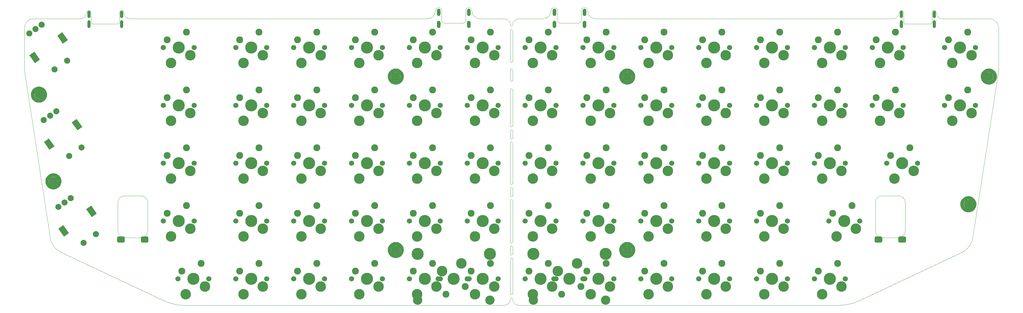
<source format=gbr>
G04 #@! TF.GenerationSoftware,KiCad,Pcbnew,(5.1.5-0-10_14)*
G04 #@! TF.CreationDate,2020-08-05T00:20:44-07:00*
G04 #@! TF.ProjectId,basis_combined_PROTON,62617369-735f-4636-9f6d-62696e65645f,rev?*
G04 #@! TF.SameCoordinates,Original*
G04 #@! TF.FileFunction,Soldermask,Top*
G04 #@! TF.FilePolarity,Negative*
%FSLAX46Y46*%
G04 Gerber Fmt 4.6, Leading zero omitted, Abs format (unit mm)*
G04 Created by KiCad (PCBNEW (5.1.5-0-10_14)) date 2020-08-05 00:20:44*
%MOMM*%
%LPD*%
G04 APERTURE LIST*
%ADD10C,0.100000*%
%ADD11C,0.120000*%
%ADD12C,2.000000*%
%ADD13C,1.701800*%
%ADD14C,2.286000*%
%ADD15C,3.987800*%
%ADD16C,3.470000*%
%ADD17O,1.100000X2.400000*%
%ADD18O,1.000000X2.550000*%
%ADD19O,1.200000X2.400000*%
%ADD20C,3.048000*%
%ADD21C,3.000000*%
G04 APERTURE END LIST*
D10*
X-123824375Y-116507500D02*
G75*
G02X-120824375Y-113507500I3000000J0D01*
G01*
X193855625Y-113507500D02*
G75*
G02X196855625Y-116507500I0J-3000000D01*
G01*
X144055625Y-207957499D02*
G75*
G03X150814190Y-206469023I28566J15958475D01*
G01*
X-71044375Y-207957499D02*
G75*
G02X-77802940Y-206469023I-28566J15958475D01*
G01*
X-123824375Y-130787500D02*
G75*
G03X-123788921Y-131207500I2505453J-1D01*
G01*
X196845625Y-130807500D02*
G75*
G02X196810171Y-131227500I-2505453J-1D01*
G01*
X184953082Y-190431995D02*
G75*
G03X188415624Y-185387499I-2817457J5644495D01*
G01*
X-111934375Y-190427500D02*
G75*
G02X-115396917Y-185383004I2817457J5644495D01*
G01*
X-89079308Y-113534373D02*
G75*
G02X-91119308Y-111494373I0J2040000D01*
G01*
X-103332251Y-111461252D02*
G75*
G02X-105372251Y-113501252I-2040000J0D01*
G01*
X-92559375Y-111484375D02*
G75*
G02X-91119308Y-111494373I720068J1D01*
G01*
X-103332251Y-111461252D02*
G75*
G02X-101909375Y-111484375I711626J1D01*
G01*
X178415624Y-113537498D02*
G75*
G02X176375624Y-111497498I0J2040000D01*
G01*
X164144306Y-111474377D02*
G75*
G02X162104306Y-113514377I-2040000J0D01*
G01*
X174935564Y-111484380D02*
G75*
G02X176375624Y-111497498I720061J-3119D01*
G01*
X164144306Y-111474377D02*
G75*
G02X165584375Y-111484375I720069J1D01*
G01*
X64215625Y-113537500D02*
G75*
G02X61515625Y-110837500I0J2700000D01*
G01*
X49623602Y-110727275D02*
G75*
G02X46823602Y-113527275I-2800000J0D01*
G01*
X59516865Y-110787718D02*
G75*
G02X61515625Y-110837500I998760J-49782D01*
G01*
X49623602Y-110727275D02*
G75*
G02X51612500Y-110787500I992023J-110225D01*
G01*
X26115625Y-113537500D02*
G75*
G02X23415625Y-110837500I0J2700000D01*
G01*
X11515625Y-110837500D02*
G75*
G02X8815625Y-113537500I-2700000J0D01*
G01*
X11517497Y-110837500D02*
G75*
G02X13512500Y-110787500I998128J0D01*
G01*
X21416865Y-110787718D02*
G75*
G02X23415625Y-110837500I998760J-49782D01*
G01*
X36915625Y-115537500D02*
G75*
G02X38915625Y-113537500I2000000J0D01*
G01*
X34115625Y-113537500D02*
G75*
G02X36115625Y-115537500I0J-2000000D01*
G01*
X38915625Y-207937500D02*
G75*
G02X36915625Y-205937500I0J2000000D01*
G01*
X36115625Y-205937500D02*
G75*
G02X34115625Y-207937500I-2000000J0D01*
G01*
X36115625Y-205937500D02*
G75*
G02X36915625Y-205937500I400000J0D01*
G01*
X36915625Y-115537500D02*
G75*
G02X36115625Y-115537500I-400000J0D01*
G01*
X150814190Y-206469023D02*
X184953082Y-190431995D01*
X8815625Y-113537500D02*
X-89079308Y-113534373D01*
X-105372251Y-113501252D02*
X-118268750Y-113506250D01*
X36900000Y-204000000D02*
G75*
G02X36100000Y-204000000I-400000J0D01*
G01*
X36100000Y-192750000D02*
G75*
G02X36900000Y-192750000I400000J0D01*
G01*
X36900000Y-191000000D02*
G75*
G02X36100000Y-191000000I-400000J0D01*
G01*
X36100000Y-188750000D02*
G75*
G02X36900000Y-188750000I400000J0D01*
G01*
X36900000Y-187000000D02*
G75*
G02X36100000Y-187000000I-400000J0D01*
G01*
X36100000Y-173500000D02*
G75*
G02X36900000Y-173500000I400000J0D01*
G01*
X36900000Y-171750000D02*
G75*
G02X36100000Y-171750000I-400000J0D01*
G01*
X36100000Y-169500000D02*
G75*
G02X36900000Y-169500000I400000J0D01*
G01*
X36900000Y-167750000D02*
G75*
G02X36100000Y-167750000I-400000J0D01*
G01*
X36100000Y-154500000D02*
G75*
G02X36900000Y-154500000I400000J0D01*
G01*
X36900000Y-152750000D02*
G75*
G02X36100000Y-152750000I-400000J0D01*
G01*
X36100000Y-150500000D02*
G75*
G02X36900000Y-150500000I400000J0D01*
G01*
X36900000Y-148750000D02*
G75*
G02X36100000Y-148750000I-400000J0D01*
G01*
X36100000Y-137000000D02*
G75*
G02X36900000Y-137000000I400000J0D01*
G01*
X36900000Y-133750000D02*
G75*
G02X36100000Y-133750000I-400000J0D01*
G01*
X36100000Y-130500000D02*
G75*
G02X36900000Y-130500000I400000J0D01*
G01*
X36900000Y-127500000D02*
G75*
G02X36100000Y-127500000I-400000J0D01*
G01*
X36100000Y-117500000D02*
G75*
G02X36900000Y-117500000I400000J0D01*
G01*
X36100000Y-133750000D02*
X36100000Y-130500000D01*
X36900000Y-130500000D02*
X36900000Y-133750000D01*
X36100000Y-152750000D02*
X36100000Y-150500000D01*
X36900000Y-150500000D02*
X36900000Y-152750000D01*
X36100000Y-171750000D02*
X36100000Y-169500000D01*
X36900000Y-169500000D02*
X36900000Y-171750000D01*
X36100000Y-191000000D02*
X36100000Y-188750000D01*
X36900000Y-188750000D02*
X36900000Y-191000000D01*
X36900000Y-192750000D02*
X36900000Y-204000000D01*
X36100000Y-204000000D02*
X36100000Y-192750000D01*
X36100000Y-187000000D02*
X36100000Y-173500000D01*
X36900000Y-173500000D02*
X36900000Y-187000000D01*
X36900000Y-167750000D02*
X36900000Y-154500000D01*
X36100000Y-154500000D02*
X36100000Y-167750000D01*
X36100000Y-148750000D02*
X36100000Y-137000000D01*
X36900000Y-137000000D02*
X36900000Y-148750000D01*
X36900000Y-127500000D02*
X36900000Y-117500000D01*
X36100000Y-117500000D02*
X36100000Y-127500000D01*
X26115625Y-113537500D02*
X33337500Y-113537500D01*
X64215625Y-113537500D02*
X162104306Y-113514377D01*
X46823602Y-113527275D02*
X39687500Y-113537500D01*
X178415624Y-113537498D02*
X193855625Y-113507500D01*
X39687500Y-113537500D02*
X38915625Y-113537500D01*
X196855625Y-116507500D02*
X196845625Y-130807500D01*
X196810171Y-131227500D02*
X188415624Y-185387499D01*
X38915625Y-207937500D02*
X144055625Y-207957500D01*
X-77802940Y-206469023D02*
X-111934375Y-190427500D01*
X34115625Y-207937500D02*
X-71044375Y-207957500D01*
X-123788921Y-131207500D02*
X-115396917Y-185383004D01*
X-123824375Y-116507500D02*
X-123824375Y-130787500D01*
X33337500Y-113537500D02*
X34115625Y-113537500D01*
X-118268750Y-113506250D02*
X-120824375Y-113507500D01*
D11*
X166115625Y-174037500D02*
X166115625Y-183437500D01*
X158515625Y-171837500D02*
X163915625Y-171837500D01*
X156315625Y-183437500D02*
X156315625Y-174037500D01*
X163915625Y-185637500D02*
X158515625Y-185637500D01*
X166115625Y-183437500D02*
G75*
G02X163915625Y-185637500I-2200000J0D01*
G01*
X163915625Y-171837500D02*
G75*
G02X166115625Y-174037500I0J-2200000D01*
G01*
X156315625Y-174037500D02*
G75*
G02X158515625Y-171837500I2200000J0D01*
G01*
X158515625Y-185637500D02*
G75*
G02X156315625Y-183437500I0J2200000D01*
G01*
X-83284375Y-174037500D02*
X-83284375Y-183437500D01*
X-90884375Y-171837500D02*
X-85484375Y-171837500D01*
X-93084375Y-183437500D02*
X-93084375Y-174037500D01*
X-85484375Y-185637500D02*
X-90884375Y-185637500D01*
X-83284375Y-183437500D02*
G75*
G02X-85484375Y-185637500I-2200000J0D01*
G01*
X-85484375Y-171837500D02*
G75*
G02X-83284375Y-174037500I0J-2200000D01*
G01*
X-93084375Y-174037500D02*
G75*
G02X-90884375Y-171837500I2200000J0D01*
G01*
X-90884375Y-185637500D02*
G75*
G02X-93084375Y-183437500I0J2200000D01*
G01*
D10*
X-101909375Y-114709375D02*
X-101909375Y-111484375D01*
X-93059375Y-115209375D02*
X-101409375Y-115209375D01*
X-92559375Y-111484375D02*
X-92559375Y-114709375D01*
X-101909375Y-114709375D02*
G75*
G03X-101409375Y-115209375I500000J0D01*
G01*
X-93059375Y-115209375D02*
G75*
G03X-92559375Y-114709375I0J500000D01*
G01*
X165584375Y-114709375D02*
X165584375Y-111484375D01*
X174434375Y-115209375D02*
X166084375Y-115209375D01*
X174934375Y-111484375D02*
X174934375Y-114709375D01*
X165584375Y-114709375D02*
G75*
G03X166084375Y-115209375I500000J0D01*
G01*
X174434375Y-115209375D02*
G75*
G03X174934375Y-114709375I0J500000D01*
G01*
X51612500Y-110787500D02*
X51612500Y-114117500D01*
X52412500Y-114917500D02*
X58712500Y-114917500D01*
X59512500Y-114117500D02*
X59512500Y-110787500D01*
X58712500Y-114917500D02*
G75*
G03X59512500Y-114117500I0J800000D01*
G01*
X51612500Y-114117500D02*
G75*
G03X52412500Y-114917500I800000J0D01*
G01*
X13512500Y-110787500D02*
X13512500Y-114117500D01*
X14312500Y-114917500D02*
X20612500Y-114917500D01*
X21412500Y-114117500D02*
X21412500Y-110787500D01*
X20612500Y-114917500D02*
G75*
G03X21412500Y-114117500I0J800000D01*
G01*
X13512500Y-114117500D02*
G75*
G03X14312500Y-114917500I800000J0D01*
G01*
G36*
X165914634Y-185239908D02*
G01*
X165963170Y-185247107D01*
X166010767Y-185259030D01*
X166056967Y-185275560D01*
X166101323Y-185296539D01*
X166143410Y-185321765D01*
X166182822Y-185350995D01*
X166219178Y-185383947D01*
X166252130Y-185420303D01*
X166281360Y-185459715D01*
X166306586Y-185501802D01*
X166327565Y-185546158D01*
X166344095Y-185592358D01*
X166356018Y-185639955D01*
X166363217Y-185688491D01*
X166365625Y-185737500D01*
X166365625Y-186737500D01*
X166363217Y-186786509D01*
X166356018Y-186835045D01*
X166344095Y-186882642D01*
X166327565Y-186928842D01*
X166306586Y-186973198D01*
X166281360Y-187015285D01*
X166252130Y-187054697D01*
X166219178Y-187091053D01*
X166182822Y-187124005D01*
X166143410Y-187153235D01*
X166101323Y-187178461D01*
X166056967Y-187199440D01*
X166010767Y-187215970D01*
X165963170Y-187227893D01*
X165914634Y-187235092D01*
X165865625Y-187237500D01*
X164365625Y-187237500D01*
X164316616Y-187235092D01*
X164268080Y-187227893D01*
X164220483Y-187215970D01*
X164174283Y-187199440D01*
X164129927Y-187178461D01*
X164087840Y-187153235D01*
X164048428Y-187124005D01*
X164012072Y-187091053D01*
X163979120Y-187054697D01*
X163949890Y-187015285D01*
X163924664Y-186973198D01*
X163903685Y-186928842D01*
X163887155Y-186882642D01*
X163875232Y-186835045D01*
X163868033Y-186786509D01*
X163865625Y-186737500D01*
X163865625Y-185737500D01*
X163868033Y-185688491D01*
X163875232Y-185639955D01*
X163887155Y-185592358D01*
X163903685Y-185546158D01*
X163924664Y-185501802D01*
X163949890Y-185459715D01*
X163979120Y-185420303D01*
X164012072Y-185383947D01*
X164048428Y-185350995D01*
X164087840Y-185321765D01*
X164129927Y-185296539D01*
X164174283Y-185275560D01*
X164220483Y-185259030D01*
X164268080Y-185247107D01*
X164316616Y-185239908D01*
X164365625Y-185237500D01*
X165865625Y-185237500D01*
X165914634Y-185239908D01*
G37*
G36*
X158114634Y-185239908D02*
G01*
X158163170Y-185247107D01*
X158210767Y-185259030D01*
X158256967Y-185275560D01*
X158301323Y-185296539D01*
X158343410Y-185321765D01*
X158382822Y-185350995D01*
X158419178Y-185383947D01*
X158452130Y-185420303D01*
X158481360Y-185459715D01*
X158506586Y-185501802D01*
X158527565Y-185546158D01*
X158544095Y-185592358D01*
X158556018Y-185639955D01*
X158563217Y-185688491D01*
X158565625Y-185737500D01*
X158565625Y-186737500D01*
X158563217Y-186786509D01*
X158556018Y-186835045D01*
X158544095Y-186882642D01*
X158527565Y-186928842D01*
X158506586Y-186973198D01*
X158481360Y-187015285D01*
X158452130Y-187054697D01*
X158419178Y-187091053D01*
X158382822Y-187124005D01*
X158343410Y-187153235D01*
X158301323Y-187178461D01*
X158256967Y-187199440D01*
X158210767Y-187215970D01*
X158163170Y-187227893D01*
X158114634Y-187235092D01*
X158065625Y-187237500D01*
X156565625Y-187237500D01*
X156516616Y-187235092D01*
X156468080Y-187227893D01*
X156420483Y-187215970D01*
X156374283Y-187199440D01*
X156329927Y-187178461D01*
X156287840Y-187153235D01*
X156248428Y-187124005D01*
X156212072Y-187091053D01*
X156179120Y-187054697D01*
X156149890Y-187015285D01*
X156124664Y-186973198D01*
X156103685Y-186928842D01*
X156087155Y-186882642D01*
X156075232Y-186835045D01*
X156068033Y-186786509D01*
X156065625Y-186737500D01*
X156065625Y-185737500D01*
X156068033Y-185688491D01*
X156075232Y-185639955D01*
X156087155Y-185592358D01*
X156103685Y-185546158D01*
X156124664Y-185501802D01*
X156149890Y-185459715D01*
X156179120Y-185420303D01*
X156212072Y-185383947D01*
X156248428Y-185350995D01*
X156287840Y-185321765D01*
X156329927Y-185296539D01*
X156374283Y-185275560D01*
X156420483Y-185259030D01*
X156468080Y-185247107D01*
X156516616Y-185239908D01*
X156565625Y-185237500D01*
X158065625Y-185237500D01*
X158114634Y-185239908D01*
G37*
G36*
X-83485366Y-185239908D02*
G01*
X-83436830Y-185247107D01*
X-83389233Y-185259030D01*
X-83343033Y-185275560D01*
X-83298677Y-185296539D01*
X-83256590Y-185321765D01*
X-83217178Y-185350995D01*
X-83180822Y-185383947D01*
X-83147870Y-185420303D01*
X-83118640Y-185459715D01*
X-83093414Y-185501802D01*
X-83072435Y-185546158D01*
X-83055905Y-185592358D01*
X-83043982Y-185639955D01*
X-83036783Y-185688491D01*
X-83034375Y-185737500D01*
X-83034375Y-186737500D01*
X-83036783Y-186786509D01*
X-83043982Y-186835045D01*
X-83055905Y-186882642D01*
X-83072435Y-186928842D01*
X-83093414Y-186973198D01*
X-83118640Y-187015285D01*
X-83147870Y-187054697D01*
X-83180822Y-187091053D01*
X-83217178Y-187124005D01*
X-83256590Y-187153235D01*
X-83298677Y-187178461D01*
X-83343033Y-187199440D01*
X-83389233Y-187215970D01*
X-83436830Y-187227893D01*
X-83485366Y-187235092D01*
X-83534375Y-187237500D01*
X-85034375Y-187237500D01*
X-85083384Y-187235092D01*
X-85131920Y-187227893D01*
X-85179517Y-187215970D01*
X-85225717Y-187199440D01*
X-85270073Y-187178461D01*
X-85312160Y-187153235D01*
X-85351572Y-187124005D01*
X-85387928Y-187091053D01*
X-85420880Y-187054697D01*
X-85450110Y-187015285D01*
X-85475336Y-186973198D01*
X-85496315Y-186928842D01*
X-85512845Y-186882642D01*
X-85524768Y-186835045D01*
X-85531967Y-186786509D01*
X-85534375Y-186737500D01*
X-85534375Y-185737500D01*
X-85531967Y-185688491D01*
X-85524768Y-185639955D01*
X-85512845Y-185592358D01*
X-85496315Y-185546158D01*
X-85475336Y-185501802D01*
X-85450110Y-185459715D01*
X-85420880Y-185420303D01*
X-85387928Y-185383947D01*
X-85351572Y-185350995D01*
X-85312160Y-185321765D01*
X-85270073Y-185296539D01*
X-85225717Y-185275560D01*
X-85179517Y-185259030D01*
X-85131920Y-185247107D01*
X-85083384Y-185239908D01*
X-85034375Y-185237500D01*
X-83534375Y-185237500D01*
X-83485366Y-185239908D01*
G37*
G36*
X-91285366Y-185239908D02*
G01*
X-91236830Y-185247107D01*
X-91189233Y-185259030D01*
X-91143033Y-185275560D01*
X-91098677Y-185296539D01*
X-91056590Y-185321765D01*
X-91017178Y-185350995D01*
X-90980822Y-185383947D01*
X-90947870Y-185420303D01*
X-90918640Y-185459715D01*
X-90893414Y-185501802D01*
X-90872435Y-185546158D01*
X-90855905Y-185592358D01*
X-90843982Y-185639955D01*
X-90836783Y-185688491D01*
X-90834375Y-185737500D01*
X-90834375Y-186737500D01*
X-90836783Y-186786509D01*
X-90843982Y-186835045D01*
X-90855905Y-186882642D01*
X-90872435Y-186928842D01*
X-90893414Y-186973198D01*
X-90918640Y-187015285D01*
X-90947870Y-187054697D01*
X-90980822Y-187091053D01*
X-91017178Y-187124005D01*
X-91056590Y-187153235D01*
X-91098677Y-187178461D01*
X-91143033Y-187199440D01*
X-91189233Y-187215970D01*
X-91236830Y-187227893D01*
X-91285366Y-187235092D01*
X-91334375Y-187237500D01*
X-92834375Y-187237500D01*
X-92883384Y-187235092D01*
X-92931920Y-187227893D01*
X-92979517Y-187215970D01*
X-93025717Y-187199440D01*
X-93070073Y-187178461D01*
X-93112160Y-187153235D01*
X-93151572Y-187124005D01*
X-93187928Y-187091053D01*
X-93220880Y-187054697D01*
X-93250110Y-187015285D01*
X-93275336Y-186973198D01*
X-93296315Y-186928842D01*
X-93312845Y-186882642D01*
X-93324768Y-186835045D01*
X-93331967Y-186786509D01*
X-93334375Y-186737500D01*
X-93334375Y-185737500D01*
X-93331967Y-185688491D01*
X-93324768Y-185639955D01*
X-93312845Y-185592358D01*
X-93296315Y-185546158D01*
X-93275336Y-185501802D01*
X-93250110Y-185459715D01*
X-93220880Y-185420303D01*
X-93187928Y-185383947D01*
X-93151572Y-185350995D01*
X-93112160Y-185321765D01*
X-93070073Y-185296539D01*
X-93025717Y-185275560D01*
X-92979517Y-185259030D01*
X-92931920Y-185247107D01*
X-92883384Y-185239908D01*
X-92834375Y-185237500D01*
X-91334375Y-185237500D01*
X-91285366Y-185239908D01*
G37*
D12*
X-108616443Y-172603669D03*
X-110664323Y-174037610D03*
X-112712203Y-175471551D03*
D10*
G36*
X-103512123Y-176232155D02*
G01*
X-101873819Y-175085002D01*
X-100038375Y-177706289D01*
X-101676679Y-178853442D01*
X-103512123Y-176232155D01*
G37*
G36*
X-112686625Y-182656211D02*
G01*
X-111048321Y-181509058D01*
X-109212877Y-184130345D01*
X-110851181Y-185277498D01*
X-112686625Y-182656211D01*
G37*
D12*
X-100299585Y-184481373D03*
X-104395345Y-187349255D03*
D13*
X-78105000Y-180181250D03*
X-67945000Y-180181250D03*
D14*
X-76835000Y-177641250D03*
D15*
X-73025000Y-180181250D03*
D14*
X-70485000Y-175101250D03*
D16*
X-69215000Y-182721250D03*
X-75565000Y-185261250D03*
D13*
X60642500Y-199231250D03*
X50482500Y-199231250D03*
D14*
X59372500Y-201771250D03*
D15*
X55562500Y-199231250D03*
D14*
X53022500Y-204311250D03*
D16*
X51752500Y-196691250D03*
X58102500Y-194151250D03*
D13*
X-16192500Y-123031250D03*
X-6032500Y-123031250D03*
D14*
X-14922500Y-120491250D03*
D15*
X-11112500Y-123031250D03*
D14*
X-8572500Y-117951250D03*
D16*
X-7302500Y-125571250D03*
X-13652500Y-128111250D03*
D13*
X160020000Y-161131250D03*
X170180000Y-161131250D03*
D14*
X161290000Y-158591250D03*
D15*
X165100000Y-161131250D03*
D14*
X167640000Y-156051250D03*
D16*
X168910000Y-163671250D03*
X162560000Y-166211250D03*
D13*
X179070000Y-142081250D03*
X189230000Y-142081250D03*
D14*
X180340000Y-139541250D03*
D15*
X184150000Y-142081250D03*
D14*
X186690000Y-137001250D03*
D16*
X187960000Y-144621250D03*
X181610000Y-147161250D03*
D13*
X179070000Y-123031250D03*
X189230000Y-123031250D03*
D14*
X180340000Y-120491250D03*
D15*
X184150000Y-123031250D03*
D14*
X186690000Y-117951250D03*
D16*
X187960000Y-125571250D03*
X181610000Y-128111250D03*
D13*
X140970000Y-180181250D03*
X151130000Y-180181250D03*
D14*
X142240000Y-177641250D03*
D15*
X146050000Y-180181250D03*
D14*
X148590000Y-175101250D03*
D16*
X149860000Y-182721250D03*
X143510000Y-185261250D03*
D13*
X117157500Y-123031250D03*
X127317500Y-123031250D03*
D14*
X118427500Y-120491250D03*
D15*
X122237500Y-123031250D03*
D14*
X124777500Y-117951250D03*
D16*
X126047500Y-125571250D03*
X119697500Y-128111250D03*
D13*
X98107500Y-180181250D03*
X108267500Y-180181250D03*
D14*
X99377500Y-177641250D03*
D15*
X103187500Y-180181250D03*
D14*
X105727500Y-175101250D03*
D16*
X106997500Y-182721250D03*
X100647500Y-185261250D03*
D13*
X79057500Y-180181250D03*
X89217500Y-180181250D03*
D14*
X80327500Y-177641250D03*
D15*
X84137500Y-180181250D03*
D14*
X86677500Y-175101250D03*
D16*
X87947500Y-182721250D03*
X81597500Y-185261250D03*
D13*
X40957500Y-123031250D03*
X51117500Y-123031250D03*
D14*
X42227500Y-120491250D03*
D15*
X46037500Y-123031250D03*
D14*
X48577500Y-117951250D03*
D16*
X49847500Y-125571250D03*
X43497500Y-128111250D03*
D13*
X60007500Y-123031250D03*
X70167500Y-123031250D03*
D14*
X61277500Y-120491250D03*
D15*
X65087500Y-123031250D03*
D14*
X67627500Y-117951250D03*
D16*
X68897500Y-125571250D03*
X62547500Y-128111250D03*
D13*
X79057500Y-123031250D03*
X89217500Y-123031250D03*
D14*
X80327500Y-120491250D03*
D15*
X84137500Y-123031250D03*
D14*
X86677500Y-117951250D03*
D16*
X87947500Y-125571250D03*
X81597500Y-128111250D03*
D13*
X98107500Y-123031250D03*
X108267500Y-123031250D03*
D14*
X99377500Y-120491250D03*
D15*
X103187500Y-123031250D03*
D14*
X105727500Y-117951250D03*
D16*
X106997500Y-125571250D03*
X100647500Y-128111250D03*
D13*
X136207500Y-161131250D03*
X146367500Y-161131250D03*
D14*
X137477500Y-158591250D03*
D15*
X141287500Y-161131250D03*
D14*
X143827500Y-156051250D03*
D16*
X145097500Y-163671250D03*
X138747500Y-166211250D03*
D13*
X117157500Y-180181250D03*
X127317500Y-180181250D03*
D14*
X118427500Y-177641250D03*
D15*
X122237500Y-180181250D03*
D14*
X124777500Y-175101250D03*
D16*
X126047500Y-182721250D03*
X119697500Y-185261250D03*
D13*
X117157500Y-161131250D03*
X127317500Y-161131250D03*
D14*
X118427500Y-158591250D03*
D15*
X122237500Y-161131250D03*
D14*
X124777500Y-156051250D03*
D16*
X126047500Y-163671250D03*
X119697500Y-166211250D03*
D13*
X155257500Y-142081250D03*
X165417500Y-142081250D03*
D14*
X156527500Y-139541250D03*
D15*
X160337500Y-142081250D03*
D14*
X162877500Y-137001250D03*
D16*
X164147500Y-144621250D03*
X157797500Y-147161250D03*
D13*
X136207500Y-123031250D03*
X146367500Y-123031250D03*
D14*
X137477500Y-120491250D03*
D15*
X141287500Y-123031250D03*
D14*
X143827500Y-117951250D03*
D16*
X145097500Y-125571250D03*
X138747500Y-128111250D03*
D13*
X155257500Y-123031250D03*
X165417500Y-123031250D03*
D14*
X156527500Y-120491250D03*
D15*
X160337500Y-123031250D03*
D14*
X162877500Y-117951250D03*
D16*
X164147500Y-125571250D03*
X157797500Y-128111250D03*
D13*
X98107500Y-199231250D03*
X108267500Y-199231250D03*
D14*
X99377500Y-196691250D03*
D15*
X103187500Y-199231250D03*
D14*
X105727500Y-194151250D03*
D16*
X106997500Y-201771250D03*
X100647500Y-204311250D03*
D13*
X40957500Y-161131250D03*
X51117500Y-161131250D03*
D14*
X42227500Y-158591250D03*
D15*
X46037500Y-161131250D03*
D14*
X48577500Y-156051250D03*
D16*
X49847500Y-163671250D03*
X43497500Y-166211250D03*
D13*
X79057500Y-142081250D03*
X89217500Y-142081250D03*
D14*
X80327500Y-139541250D03*
D15*
X84137500Y-142081250D03*
D14*
X86677500Y-137001250D03*
D16*
X87947500Y-144621250D03*
X81597500Y-147161250D03*
D13*
X60007500Y-161131250D03*
X70167500Y-161131250D03*
D14*
X61277500Y-158591250D03*
D15*
X65087500Y-161131250D03*
D14*
X67627500Y-156051250D03*
D16*
X68897500Y-163671250D03*
X62547500Y-166211250D03*
D13*
X79057500Y-161131250D03*
X89217500Y-161131250D03*
D14*
X80327500Y-158591250D03*
D15*
X84137500Y-161131250D03*
D14*
X86677500Y-156051250D03*
D16*
X87947500Y-163671250D03*
X81597500Y-166211250D03*
D13*
X98107500Y-161131250D03*
X108267500Y-161131250D03*
D14*
X99377500Y-158591250D03*
D15*
X103187500Y-161131250D03*
D14*
X105727500Y-156051250D03*
D16*
X106997500Y-163671250D03*
X100647500Y-166211250D03*
D13*
X79057500Y-199231250D03*
X89217500Y-199231250D03*
D14*
X80327500Y-196691250D03*
D15*
X84137500Y-199231250D03*
D14*
X86677500Y-194151250D03*
D16*
X87947500Y-201771250D03*
X81597500Y-204311250D03*
D13*
X60007500Y-180181250D03*
X70167500Y-180181250D03*
D14*
X61277500Y-177641250D03*
D15*
X65087500Y-180181250D03*
D14*
X67627500Y-175101250D03*
D16*
X68897500Y-182721250D03*
X62547500Y-185261250D03*
D13*
X40957500Y-180181250D03*
X51117500Y-180181250D03*
D14*
X42227500Y-177641250D03*
D15*
X46037500Y-180181250D03*
D14*
X48577500Y-175101250D03*
D16*
X49847500Y-182721250D03*
X43497500Y-185261250D03*
D13*
X98107500Y-142081250D03*
X108267500Y-142081250D03*
D14*
X99377500Y-139541250D03*
D15*
X103187500Y-142081250D03*
D14*
X105727500Y-137001250D03*
D16*
X106997500Y-144621250D03*
X100647500Y-147161250D03*
D13*
X117157500Y-142081250D03*
X127317500Y-142081250D03*
D14*
X118427500Y-139541250D03*
D15*
X122237500Y-142081250D03*
D14*
X124777500Y-137001250D03*
D16*
X126047500Y-144621250D03*
X119697500Y-147161250D03*
D13*
X136207500Y-199231250D03*
X146367500Y-199231250D03*
D14*
X137477500Y-196691250D03*
D15*
X141287500Y-199231250D03*
D14*
X143827500Y-194151250D03*
D16*
X145097500Y-201771250D03*
X138747500Y-204311250D03*
D13*
X40957500Y-199231250D03*
X51117500Y-199231250D03*
D14*
X42227500Y-196691250D03*
D15*
X46037500Y-199231250D03*
D14*
X48577500Y-194151250D03*
D16*
X49847500Y-201771250D03*
X43497500Y-204311250D03*
D13*
X60007500Y-199231250D03*
X70167500Y-199231250D03*
D14*
X61277500Y-196691250D03*
D15*
X65087500Y-199231250D03*
D14*
X67627500Y-194151250D03*
D16*
X68897500Y-201771250D03*
X62547500Y-204311250D03*
D13*
X60007500Y-142081250D03*
X70167500Y-142081250D03*
D14*
X61277500Y-139541250D03*
D15*
X65087500Y-142081250D03*
D14*
X67627500Y-137001250D03*
D16*
X68897500Y-144621250D03*
X62547500Y-147161250D03*
D13*
X117157500Y-199231250D03*
X127317500Y-199231250D03*
D14*
X118427500Y-196691250D03*
D15*
X122237500Y-199231250D03*
D14*
X124777500Y-194151250D03*
D16*
X126047500Y-201771250D03*
X119697500Y-204311250D03*
D13*
X40957500Y-142081250D03*
X51117500Y-142081250D03*
D14*
X42227500Y-139541250D03*
D15*
X46037500Y-142081250D03*
D14*
X48577500Y-137001250D03*
D16*
X49847500Y-144621250D03*
X43497500Y-147161250D03*
D13*
X21907500Y-180181250D03*
X32067500Y-180181250D03*
D14*
X23177500Y-177641250D03*
D15*
X26987500Y-180181250D03*
D14*
X29527500Y-175101250D03*
D16*
X30797500Y-182721250D03*
X24447500Y-185261250D03*
D13*
X21907500Y-123031250D03*
X32067500Y-123031250D03*
D14*
X23177500Y-120491250D03*
D15*
X26987500Y-123031250D03*
D14*
X29527500Y-117951250D03*
D16*
X30797500Y-125571250D03*
X24447500Y-128111250D03*
D13*
X-78105000Y-142081250D03*
X-67945000Y-142081250D03*
D14*
X-76835000Y-139541250D03*
D15*
X-73025000Y-142081250D03*
D14*
X-70485000Y-137001250D03*
D16*
X-69215000Y-144621250D03*
X-75565000Y-147161250D03*
D13*
X-78105000Y-123031250D03*
X-67945000Y-123031250D03*
D14*
X-76835000Y-120491250D03*
D15*
X-73025000Y-123031250D03*
D14*
X-70485000Y-117951250D03*
D16*
X-69215000Y-125571250D03*
X-75565000Y-128111250D03*
D13*
X-54292500Y-180181250D03*
X-44132500Y-180181250D03*
D14*
X-53022500Y-177641250D03*
D15*
X-49212500Y-180181250D03*
D14*
X-46672500Y-175101250D03*
D16*
X-45402500Y-182721250D03*
X-51752500Y-185261250D03*
D13*
X-35242500Y-180181250D03*
X-25082500Y-180181250D03*
D14*
X-33972500Y-177641250D03*
D15*
X-30162500Y-180181250D03*
D14*
X-27622500Y-175101250D03*
D16*
X-26352500Y-182721250D03*
X-32702500Y-185261250D03*
D13*
X-35242500Y-142081250D03*
X-25082500Y-142081250D03*
D14*
X-33972500Y-139541250D03*
D15*
X-30162500Y-142081250D03*
D14*
X-27622500Y-137001250D03*
D16*
X-26352500Y-144621250D03*
X-32702500Y-147161250D03*
D13*
X2857500Y-180181250D03*
X13017500Y-180181250D03*
D14*
X4127500Y-177641250D03*
D15*
X7937500Y-180181250D03*
D14*
X10477500Y-175101250D03*
D16*
X11747500Y-182721250D03*
X5397500Y-185261250D03*
D13*
X21907500Y-142081250D03*
X32067500Y-142081250D03*
D14*
X23177500Y-139541250D03*
D15*
X26987500Y-142081250D03*
D14*
X29527500Y-137001250D03*
D16*
X30797500Y-144621250D03*
X24447500Y-147161250D03*
D13*
X22542500Y-199231250D03*
X12382500Y-199231250D03*
D14*
X21272500Y-201771250D03*
D15*
X17462500Y-199231250D03*
D14*
X14922500Y-204311250D03*
D16*
X13652500Y-196691250D03*
X20002500Y-194151250D03*
D13*
X21907500Y-199231250D03*
X32067500Y-199231250D03*
D14*
X23177500Y-196691250D03*
D15*
X26987500Y-199231250D03*
D14*
X29527500Y-194151250D03*
D16*
X30797500Y-201771250D03*
X24447500Y-204311250D03*
D13*
X2857500Y-199231250D03*
X13017500Y-199231250D03*
D14*
X4127500Y-196691250D03*
D15*
X7937500Y-199231250D03*
D14*
X10477500Y-194151250D03*
D16*
X11747500Y-201771250D03*
X5397500Y-204311250D03*
D13*
X-35242500Y-161131250D03*
X-25082500Y-161131250D03*
D14*
X-33972500Y-158591250D03*
D15*
X-30162500Y-161131250D03*
D14*
X-27622500Y-156051250D03*
D16*
X-26352500Y-163671250D03*
X-32702500Y-166211250D03*
D13*
X2857500Y-142081250D03*
X13017500Y-142081250D03*
D14*
X4127500Y-139541250D03*
D15*
X7937500Y-142081250D03*
D14*
X10477500Y-137001250D03*
D16*
X11747500Y-144621250D03*
X5397500Y-147161250D03*
D13*
X-54292500Y-142081250D03*
X-44132500Y-142081250D03*
D14*
X-53022500Y-139541250D03*
D15*
X-49212500Y-142081250D03*
D14*
X-46672500Y-137001250D03*
D16*
X-45402500Y-144621250D03*
X-51752500Y-147161250D03*
D13*
X21907500Y-161131250D03*
X32067500Y-161131250D03*
D14*
X23177500Y-158591250D03*
D15*
X26987500Y-161131250D03*
D14*
X29527500Y-156051250D03*
D16*
X30797500Y-163671250D03*
X24447500Y-166211250D03*
D13*
X-73342500Y-199231250D03*
X-63182500Y-199231250D03*
D14*
X-72072500Y-196691250D03*
D15*
X-68262500Y-199231250D03*
D14*
X-65722500Y-194151250D03*
D16*
X-64452500Y-201771250D03*
X-70802500Y-204311250D03*
D13*
X2857500Y-161131250D03*
X13017500Y-161131250D03*
D14*
X4127500Y-158591250D03*
D15*
X7937500Y-161131250D03*
D14*
X10477500Y-156051250D03*
D16*
X11747500Y-163671250D03*
X5397500Y-166211250D03*
D13*
X-16192500Y-142081250D03*
X-6032500Y-142081250D03*
D14*
X-14922500Y-139541250D03*
D15*
X-11112500Y-142081250D03*
D14*
X-8572500Y-137001250D03*
D16*
X-7302500Y-144621250D03*
X-13652500Y-147161250D03*
D13*
X-16192500Y-161131250D03*
X-6032500Y-161131250D03*
D14*
X-14922500Y-158591250D03*
D15*
X-11112500Y-161131250D03*
D14*
X-8572500Y-156051250D03*
D16*
X-7302500Y-163671250D03*
X-13652500Y-166211250D03*
D13*
X-54292500Y-199231250D03*
X-44132500Y-199231250D03*
D14*
X-53022500Y-196691250D03*
D15*
X-49212500Y-199231250D03*
D14*
X-46672500Y-194151250D03*
D16*
X-45402500Y-201771250D03*
X-51752500Y-204311250D03*
D13*
X-16192500Y-199231250D03*
X-6032500Y-199231250D03*
D14*
X-14922500Y-196691250D03*
D15*
X-11112500Y-199231250D03*
D14*
X-8572500Y-194151250D03*
D16*
X-7302500Y-201771250D03*
X-13652500Y-204311250D03*
D13*
X-16192500Y-180181250D03*
X-6032500Y-180181250D03*
D14*
X-14922500Y-177641250D03*
D15*
X-11112500Y-180181250D03*
D14*
X-8572500Y-175101250D03*
D16*
X-7302500Y-182721250D03*
X-13652500Y-185261250D03*
D13*
X-54292500Y-161131250D03*
X-44132500Y-161131250D03*
D14*
X-53022500Y-158591250D03*
D15*
X-49212500Y-161131250D03*
D14*
X-46672500Y-156051250D03*
D16*
X-45402500Y-163671250D03*
X-51752500Y-166211250D03*
D13*
X2857500Y-123031250D03*
X13017500Y-123031250D03*
D14*
X4127500Y-120491250D03*
D15*
X7937500Y-123031250D03*
D14*
X10477500Y-117951250D03*
D16*
X11747500Y-125571250D03*
X5397500Y-128111250D03*
D13*
X-35242500Y-123031250D03*
X-25082500Y-123031250D03*
D14*
X-33972500Y-120491250D03*
D15*
X-30162500Y-123031250D03*
D14*
X-27622500Y-117951250D03*
D16*
X-26352500Y-125571250D03*
X-32702500Y-128111250D03*
D13*
X-35242500Y-199231250D03*
X-25082500Y-199231250D03*
D14*
X-33972500Y-196691250D03*
D15*
X-30162500Y-199231250D03*
D14*
X-27622500Y-194151250D03*
D16*
X-26352500Y-201771250D03*
X-32702500Y-204311250D03*
D13*
X-54292500Y-123031250D03*
X-44132500Y-123031250D03*
D14*
X-53022500Y-120491250D03*
D15*
X-49212500Y-123031250D03*
D14*
X-46672500Y-117951250D03*
D16*
X-45402500Y-125571250D03*
X-51752500Y-128111250D03*
D13*
X-78105000Y-161131250D03*
X-67945000Y-161131250D03*
D14*
X-76835000Y-158591250D03*
D15*
X-73025000Y-161131250D03*
D14*
X-70485000Y-156051250D03*
D16*
X-69215000Y-163671250D03*
X-75565000Y-166211250D03*
D13*
X136207500Y-142081250D03*
X146367500Y-142081250D03*
D14*
X137477500Y-139541250D03*
D15*
X141287500Y-142081250D03*
D14*
X143827500Y-137001250D03*
D16*
X145097500Y-144621250D03*
X138747500Y-147161250D03*
D17*
X-102634375Y-112109375D03*
X-91834375Y-112109375D03*
D18*
X-102634375Y-115339375D03*
X-91834375Y-115339375D03*
D17*
X164859375Y-112109375D03*
X175659375Y-112109375D03*
D18*
X164859375Y-115339375D03*
X175659375Y-115339375D03*
D19*
X60512500Y-111367500D03*
X60512500Y-115367500D03*
X50612500Y-111367500D03*
X50612500Y-115367500D03*
X22412500Y-111367500D03*
X22412500Y-115367500D03*
X12512500Y-111367500D03*
X12512500Y-115367500D03*
D20*
X29362500Y-206216250D03*
X5562500Y-206216250D03*
D15*
X29362500Y-190976250D03*
X5562500Y-190976250D03*
D20*
X67462500Y-206216250D03*
X43662500Y-206216250D03*
D15*
X67462500Y-190976250D03*
X43662500Y-190976250D03*
D21*
X-114300000Y-167084375D03*
D10*
G36*
X-113911164Y-164463057D02*
G01*
X-113656103Y-164513792D01*
X-113407242Y-164589283D01*
X-113166979Y-164688803D01*
X-112937628Y-164811394D01*
X-112721397Y-164955875D01*
X-112520369Y-165120855D01*
X-112336480Y-165304744D01*
X-112171500Y-165505772D01*
X-112027019Y-165722003D01*
X-111904428Y-165951354D01*
X-111804908Y-166191617D01*
X-111729417Y-166440478D01*
X-111678682Y-166695539D01*
X-111653192Y-166954346D01*
X-111653192Y-167214404D01*
X-111678682Y-167473211D01*
X-111729417Y-167728272D01*
X-111804908Y-167977133D01*
X-111904428Y-168217396D01*
X-112027019Y-168446747D01*
X-112171500Y-168662978D01*
X-112336480Y-168864006D01*
X-112520369Y-169047895D01*
X-112721397Y-169212875D01*
X-112937628Y-169357356D01*
X-113166979Y-169479947D01*
X-113407242Y-169579467D01*
X-113656103Y-169654958D01*
X-113911164Y-169705693D01*
X-114169971Y-169731183D01*
X-114430029Y-169731183D01*
X-114688836Y-169705693D01*
X-114943897Y-169654958D01*
X-115192758Y-169579467D01*
X-115433021Y-169479947D01*
X-115662372Y-169357356D01*
X-115878603Y-169212875D01*
X-116079631Y-169047895D01*
X-116263520Y-168864006D01*
X-116428500Y-168662978D01*
X-116572981Y-168446747D01*
X-116695572Y-168217396D01*
X-116795092Y-167977133D01*
X-116870583Y-167728272D01*
X-116921318Y-167473211D01*
X-116946808Y-167214404D01*
X-116946808Y-167010773D01*
X-115798193Y-167010773D01*
X-115798193Y-167157977D01*
X-115783765Y-167304471D01*
X-115755047Y-167448845D01*
X-115712316Y-167589710D01*
X-115655984Y-167725708D01*
X-115586593Y-167855529D01*
X-115504811Y-167977924D01*
X-115411427Y-168091713D01*
X-115307338Y-168195802D01*
X-115193549Y-168289186D01*
X-115071154Y-168370968D01*
X-114941333Y-168440359D01*
X-114805335Y-168496691D01*
X-114664470Y-168539422D01*
X-114520096Y-168568140D01*
X-114373602Y-168582568D01*
X-114226398Y-168582568D01*
X-114079904Y-168568140D01*
X-113935530Y-168539422D01*
X-113794665Y-168496691D01*
X-113658667Y-168440359D01*
X-113528846Y-168370968D01*
X-113406451Y-168289186D01*
X-113292662Y-168195802D01*
X-113188573Y-168091713D01*
X-113095189Y-167977924D01*
X-113013407Y-167855529D01*
X-112944016Y-167725708D01*
X-112887684Y-167589710D01*
X-112844953Y-167448845D01*
X-112816235Y-167304471D01*
X-112801807Y-167157977D01*
X-112801807Y-167010773D01*
X-112816235Y-166864279D01*
X-112844953Y-166719905D01*
X-112887684Y-166579040D01*
X-112944016Y-166443042D01*
X-113013407Y-166313221D01*
X-113095189Y-166190826D01*
X-113188573Y-166077037D01*
X-113292662Y-165972948D01*
X-113406451Y-165879564D01*
X-113528846Y-165797782D01*
X-113658667Y-165728391D01*
X-113794665Y-165672059D01*
X-113935530Y-165629328D01*
X-114079904Y-165600610D01*
X-114226398Y-165586182D01*
X-114373602Y-165586182D01*
X-114520096Y-165600610D01*
X-114664470Y-165629328D01*
X-114805335Y-165672059D01*
X-114941333Y-165728391D01*
X-115071154Y-165797782D01*
X-115193549Y-165879564D01*
X-115307338Y-165972948D01*
X-115411427Y-166077037D01*
X-115504811Y-166190826D01*
X-115586593Y-166313221D01*
X-115655984Y-166443042D01*
X-115712316Y-166579040D01*
X-115755047Y-166719905D01*
X-115783765Y-166864279D01*
X-115798193Y-167010773D01*
X-116946808Y-167010773D01*
X-116946808Y-166954346D01*
X-116921318Y-166695539D01*
X-116870583Y-166440478D01*
X-116795092Y-166191617D01*
X-116695572Y-165951354D01*
X-116572981Y-165722003D01*
X-116428500Y-165505772D01*
X-116263520Y-165304744D01*
X-116079631Y-165120855D01*
X-115878603Y-164955875D01*
X-115662372Y-164811394D01*
X-115433021Y-164688803D01*
X-115192758Y-164589283D01*
X-114943897Y-164513792D01*
X-114688836Y-164463057D01*
X-114430029Y-164437567D01*
X-114169971Y-164437567D01*
X-113911164Y-164463057D01*
G37*
G36*
X75001336Y-129934932D02*
G01*
X75256397Y-129985667D01*
X75505258Y-130061158D01*
X75745521Y-130160678D01*
X75974872Y-130283269D01*
X76191103Y-130427750D01*
X76392131Y-130592730D01*
X76576020Y-130776619D01*
X76741000Y-130977647D01*
X76885481Y-131193878D01*
X77008072Y-131423229D01*
X77107592Y-131663492D01*
X77183083Y-131912353D01*
X77233818Y-132167414D01*
X77259308Y-132426221D01*
X77259308Y-132686279D01*
X77233818Y-132945086D01*
X77183083Y-133200147D01*
X77107592Y-133449008D01*
X77008072Y-133689271D01*
X76885481Y-133918622D01*
X76741000Y-134134853D01*
X76576020Y-134335881D01*
X76392131Y-134519770D01*
X76191103Y-134684750D01*
X75974872Y-134829231D01*
X75745521Y-134951822D01*
X75505258Y-135051342D01*
X75256397Y-135126833D01*
X75001336Y-135177568D01*
X74742529Y-135203058D01*
X74482471Y-135203058D01*
X74223664Y-135177568D01*
X73968603Y-135126833D01*
X73719742Y-135051342D01*
X73479479Y-134951822D01*
X73250128Y-134829231D01*
X73033897Y-134684750D01*
X72832869Y-134519770D01*
X72648980Y-134335881D01*
X72484000Y-134134853D01*
X72339519Y-133918622D01*
X72216928Y-133689271D01*
X72117408Y-133449008D01*
X72041917Y-133200147D01*
X71991182Y-132945086D01*
X71965692Y-132686279D01*
X71965692Y-132482648D01*
X73114307Y-132482648D01*
X73114307Y-132629852D01*
X73128735Y-132776346D01*
X73157453Y-132920720D01*
X73200184Y-133061585D01*
X73256516Y-133197583D01*
X73325907Y-133327404D01*
X73407689Y-133449799D01*
X73501073Y-133563588D01*
X73605162Y-133667677D01*
X73718951Y-133761061D01*
X73841346Y-133842843D01*
X73971167Y-133912234D01*
X74107165Y-133968566D01*
X74248030Y-134011297D01*
X74392404Y-134040015D01*
X74538898Y-134054443D01*
X74686102Y-134054443D01*
X74832596Y-134040015D01*
X74976970Y-134011297D01*
X75117835Y-133968566D01*
X75253833Y-133912234D01*
X75383654Y-133842843D01*
X75506049Y-133761061D01*
X75619838Y-133667677D01*
X75723927Y-133563588D01*
X75817311Y-133449799D01*
X75899093Y-133327404D01*
X75968484Y-133197583D01*
X76024816Y-133061585D01*
X76067547Y-132920720D01*
X76096265Y-132776346D01*
X76110693Y-132629852D01*
X76110693Y-132482648D01*
X76096265Y-132336154D01*
X76067547Y-132191780D01*
X76024816Y-132050915D01*
X75968484Y-131914917D01*
X75899093Y-131785096D01*
X75817311Y-131662701D01*
X75723927Y-131548912D01*
X75619838Y-131444823D01*
X75506049Y-131351439D01*
X75383654Y-131269657D01*
X75253833Y-131200266D01*
X75117835Y-131143934D01*
X74976970Y-131101203D01*
X74832596Y-131072485D01*
X74686102Y-131058057D01*
X74538898Y-131058057D01*
X74392404Y-131072485D01*
X74248030Y-131101203D01*
X74107165Y-131143934D01*
X73971167Y-131200266D01*
X73841346Y-131269657D01*
X73718951Y-131351439D01*
X73605162Y-131444823D01*
X73501073Y-131548912D01*
X73407689Y-131662701D01*
X73325907Y-131785096D01*
X73256516Y-131914917D01*
X73200184Y-132050915D01*
X73157453Y-132191780D01*
X73128735Y-132336154D01*
X73114307Y-132482648D01*
X71965692Y-132482648D01*
X71965692Y-132426221D01*
X71991182Y-132167414D01*
X72041917Y-131912353D01*
X72117408Y-131663492D01*
X72216928Y-131423229D01*
X72339519Y-131193878D01*
X72484000Y-130977647D01*
X72648980Y-130776619D01*
X72832869Y-130592730D01*
X73033897Y-130427750D01*
X73250128Y-130283269D01*
X73479479Y-130160678D01*
X73719742Y-130061158D01*
X73968603Y-129985667D01*
X74223664Y-129934932D01*
X74482471Y-129909442D01*
X74742529Y-129909442D01*
X75001336Y-129934932D01*
G37*
D21*
X74612500Y-132556250D03*
D10*
G36*
X-1198664Y-129934932D02*
G01*
X-943603Y-129985667D01*
X-694742Y-130061158D01*
X-454479Y-130160678D01*
X-225128Y-130283269D01*
X-8897Y-130427750D01*
X192131Y-130592730D01*
X376020Y-130776619D01*
X541000Y-130977647D01*
X685481Y-131193878D01*
X808072Y-131423229D01*
X907592Y-131663492D01*
X983083Y-131912353D01*
X1033818Y-132167414D01*
X1059308Y-132426221D01*
X1059308Y-132686279D01*
X1033818Y-132945086D01*
X983083Y-133200147D01*
X907592Y-133449008D01*
X808072Y-133689271D01*
X685481Y-133918622D01*
X541000Y-134134853D01*
X376020Y-134335881D01*
X192131Y-134519770D01*
X-8897Y-134684750D01*
X-225128Y-134829231D01*
X-454479Y-134951822D01*
X-694742Y-135051342D01*
X-943603Y-135126833D01*
X-1198664Y-135177568D01*
X-1457471Y-135203058D01*
X-1717529Y-135203058D01*
X-1976336Y-135177568D01*
X-2231397Y-135126833D01*
X-2480258Y-135051342D01*
X-2720521Y-134951822D01*
X-2949872Y-134829231D01*
X-3166103Y-134684750D01*
X-3367131Y-134519770D01*
X-3551020Y-134335881D01*
X-3716000Y-134134853D01*
X-3860481Y-133918622D01*
X-3983072Y-133689271D01*
X-4082592Y-133449008D01*
X-4158083Y-133200147D01*
X-4208818Y-132945086D01*
X-4234308Y-132686279D01*
X-4234308Y-132482648D01*
X-3085693Y-132482648D01*
X-3085693Y-132629852D01*
X-3071265Y-132776346D01*
X-3042547Y-132920720D01*
X-2999816Y-133061585D01*
X-2943484Y-133197583D01*
X-2874093Y-133327404D01*
X-2792311Y-133449799D01*
X-2698927Y-133563588D01*
X-2594838Y-133667677D01*
X-2481049Y-133761061D01*
X-2358654Y-133842843D01*
X-2228833Y-133912234D01*
X-2092835Y-133968566D01*
X-1951970Y-134011297D01*
X-1807596Y-134040015D01*
X-1661102Y-134054443D01*
X-1513898Y-134054443D01*
X-1367404Y-134040015D01*
X-1223030Y-134011297D01*
X-1082165Y-133968566D01*
X-946167Y-133912234D01*
X-816346Y-133842843D01*
X-693951Y-133761061D01*
X-580162Y-133667677D01*
X-476073Y-133563588D01*
X-382689Y-133449799D01*
X-300907Y-133327404D01*
X-231516Y-133197583D01*
X-175184Y-133061585D01*
X-132453Y-132920720D01*
X-103735Y-132776346D01*
X-89307Y-132629852D01*
X-89307Y-132482648D01*
X-103735Y-132336154D01*
X-132453Y-132191780D01*
X-175184Y-132050915D01*
X-231516Y-131914917D01*
X-300907Y-131785096D01*
X-382689Y-131662701D01*
X-476073Y-131548912D01*
X-580162Y-131444823D01*
X-693951Y-131351439D01*
X-816346Y-131269657D01*
X-946167Y-131200266D01*
X-1082165Y-131143934D01*
X-1223030Y-131101203D01*
X-1367404Y-131072485D01*
X-1513898Y-131058057D01*
X-1661102Y-131058057D01*
X-1807596Y-131072485D01*
X-1951970Y-131101203D01*
X-2092835Y-131143934D01*
X-2228833Y-131200266D01*
X-2358654Y-131269657D01*
X-2481049Y-131351439D01*
X-2594838Y-131444823D01*
X-2698927Y-131548912D01*
X-2792311Y-131662701D01*
X-2874093Y-131785096D01*
X-2943484Y-131914917D01*
X-2999816Y-132050915D01*
X-3042547Y-132191780D01*
X-3071265Y-132336154D01*
X-3085693Y-132482648D01*
X-4234308Y-132482648D01*
X-4234308Y-132426221D01*
X-4208818Y-132167414D01*
X-4158083Y-131912353D01*
X-4082592Y-131663492D01*
X-3983072Y-131423229D01*
X-3860481Y-131193878D01*
X-3716000Y-130977647D01*
X-3551020Y-130776619D01*
X-3367131Y-130592730D01*
X-3166103Y-130427750D01*
X-2949872Y-130283269D01*
X-2720521Y-130160678D01*
X-2480258Y-130061158D01*
X-2231397Y-129985667D01*
X-1976336Y-129934932D01*
X-1717529Y-129909442D01*
X-1457471Y-129909442D01*
X-1198664Y-129934932D01*
G37*
D21*
X-1587500Y-132556250D03*
X-119062500Y-138509375D03*
D10*
G36*
X-118673664Y-135888057D02*
G01*
X-118418603Y-135938792D01*
X-118169742Y-136014283D01*
X-117929479Y-136113803D01*
X-117700128Y-136236394D01*
X-117483897Y-136380875D01*
X-117282869Y-136545855D01*
X-117098980Y-136729744D01*
X-116934000Y-136930772D01*
X-116789519Y-137147003D01*
X-116666928Y-137376354D01*
X-116567408Y-137616617D01*
X-116491917Y-137865478D01*
X-116441182Y-138120539D01*
X-116415692Y-138379346D01*
X-116415692Y-138639404D01*
X-116441182Y-138898211D01*
X-116491917Y-139153272D01*
X-116567408Y-139402133D01*
X-116666928Y-139642396D01*
X-116789519Y-139871747D01*
X-116934000Y-140087978D01*
X-117098980Y-140289006D01*
X-117282869Y-140472895D01*
X-117483897Y-140637875D01*
X-117700128Y-140782356D01*
X-117929479Y-140904947D01*
X-118169742Y-141004467D01*
X-118418603Y-141079958D01*
X-118673664Y-141130693D01*
X-118932471Y-141156183D01*
X-119192529Y-141156183D01*
X-119451336Y-141130693D01*
X-119706397Y-141079958D01*
X-119955258Y-141004467D01*
X-120195521Y-140904947D01*
X-120424872Y-140782356D01*
X-120641103Y-140637875D01*
X-120842131Y-140472895D01*
X-121026020Y-140289006D01*
X-121191000Y-140087978D01*
X-121335481Y-139871747D01*
X-121458072Y-139642396D01*
X-121557592Y-139402133D01*
X-121633083Y-139153272D01*
X-121683818Y-138898211D01*
X-121709308Y-138639404D01*
X-121709308Y-138435773D01*
X-120560693Y-138435773D01*
X-120560693Y-138582977D01*
X-120546265Y-138729471D01*
X-120517547Y-138873845D01*
X-120474816Y-139014710D01*
X-120418484Y-139150708D01*
X-120349093Y-139280529D01*
X-120267311Y-139402924D01*
X-120173927Y-139516713D01*
X-120069838Y-139620802D01*
X-119956049Y-139714186D01*
X-119833654Y-139795968D01*
X-119703833Y-139865359D01*
X-119567835Y-139921691D01*
X-119426970Y-139964422D01*
X-119282596Y-139993140D01*
X-119136102Y-140007568D01*
X-118988898Y-140007568D01*
X-118842404Y-139993140D01*
X-118698030Y-139964422D01*
X-118557165Y-139921691D01*
X-118421167Y-139865359D01*
X-118291346Y-139795968D01*
X-118168951Y-139714186D01*
X-118055162Y-139620802D01*
X-117951073Y-139516713D01*
X-117857689Y-139402924D01*
X-117775907Y-139280529D01*
X-117706516Y-139150708D01*
X-117650184Y-139014710D01*
X-117607453Y-138873845D01*
X-117578735Y-138729471D01*
X-117564307Y-138582977D01*
X-117564307Y-138435773D01*
X-117578735Y-138289279D01*
X-117607453Y-138144905D01*
X-117650184Y-138004040D01*
X-117706516Y-137868042D01*
X-117775907Y-137738221D01*
X-117857689Y-137615826D01*
X-117951073Y-137502037D01*
X-118055162Y-137397948D01*
X-118168951Y-137304564D01*
X-118291346Y-137222782D01*
X-118421167Y-137153391D01*
X-118557165Y-137097059D01*
X-118698030Y-137054328D01*
X-118842404Y-137025610D01*
X-118988898Y-137011182D01*
X-119136102Y-137011182D01*
X-119282596Y-137025610D01*
X-119426970Y-137054328D01*
X-119567835Y-137097059D01*
X-119703833Y-137153391D01*
X-119833654Y-137222782D01*
X-119956049Y-137304564D01*
X-120069838Y-137397948D01*
X-120173927Y-137502037D01*
X-120267311Y-137615826D01*
X-120349093Y-137738221D01*
X-120418484Y-137868042D01*
X-120474816Y-138004040D01*
X-120517547Y-138144905D01*
X-120546265Y-138289279D01*
X-120560693Y-138435773D01*
X-121709308Y-138435773D01*
X-121709308Y-138379346D01*
X-121683818Y-138120539D01*
X-121633083Y-137865478D01*
X-121557592Y-137616617D01*
X-121458072Y-137376354D01*
X-121335481Y-137147003D01*
X-121191000Y-136930772D01*
X-121026020Y-136729744D01*
X-120842131Y-136545855D01*
X-120641103Y-136380875D01*
X-120424872Y-136236394D01*
X-120195521Y-136113803D01*
X-119955258Y-136014283D01*
X-119706397Y-135938792D01*
X-119451336Y-135888057D01*
X-119192529Y-135862567D01*
X-118932471Y-135862567D01*
X-118673664Y-135888057D01*
G37*
G36*
X-1198664Y-187084932D02*
G01*
X-943603Y-187135667D01*
X-694742Y-187211158D01*
X-454479Y-187310678D01*
X-225128Y-187433269D01*
X-8897Y-187577750D01*
X192131Y-187742730D01*
X376020Y-187926619D01*
X541000Y-188127647D01*
X685481Y-188343878D01*
X808072Y-188573229D01*
X907592Y-188813492D01*
X983083Y-189062353D01*
X1033818Y-189317414D01*
X1059308Y-189576221D01*
X1059308Y-189836279D01*
X1033818Y-190095086D01*
X983083Y-190350147D01*
X907592Y-190599008D01*
X808072Y-190839271D01*
X685481Y-191068622D01*
X541000Y-191284853D01*
X376020Y-191485881D01*
X192131Y-191669770D01*
X-8897Y-191834750D01*
X-225128Y-191979231D01*
X-454479Y-192101822D01*
X-694742Y-192201342D01*
X-943603Y-192276833D01*
X-1198664Y-192327568D01*
X-1457471Y-192353058D01*
X-1717529Y-192353058D01*
X-1976336Y-192327568D01*
X-2231397Y-192276833D01*
X-2480258Y-192201342D01*
X-2720521Y-192101822D01*
X-2949872Y-191979231D01*
X-3166103Y-191834750D01*
X-3367131Y-191669770D01*
X-3551020Y-191485881D01*
X-3716000Y-191284853D01*
X-3860481Y-191068622D01*
X-3983072Y-190839271D01*
X-4082592Y-190599008D01*
X-4158083Y-190350147D01*
X-4208818Y-190095086D01*
X-4234308Y-189836279D01*
X-4234308Y-189632648D01*
X-3085693Y-189632648D01*
X-3085693Y-189779852D01*
X-3071265Y-189926346D01*
X-3042547Y-190070720D01*
X-2999816Y-190211585D01*
X-2943484Y-190347583D01*
X-2874093Y-190477404D01*
X-2792311Y-190599799D01*
X-2698927Y-190713588D01*
X-2594838Y-190817677D01*
X-2481049Y-190911061D01*
X-2358654Y-190992843D01*
X-2228833Y-191062234D01*
X-2092835Y-191118566D01*
X-1951970Y-191161297D01*
X-1807596Y-191190015D01*
X-1661102Y-191204443D01*
X-1513898Y-191204443D01*
X-1367404Y-191190015D01*
X-1223030Y-191161297D01*
X-1082165Y-191118566D01*
X-946167Y-191062234D01*
X-816346Y-190992843D01*
X-693951Y-190911061D01*
X-580162Y-190817677D01*
X-476073Y-190713588D01*
X-382689Y-190599799D01*
X-300907Y-190477404D01*
X-231516Y-190347583D01*
X-175184Y-190211585D01*
X-132453Y-190070720D01*
X-103735Y-189926346D01*
X-89307Y-189779852D01*
X-89307Y-189632648D01*
X-103735Y-189486154D01*
X-132453Y-189341780D01*
X-175184Y-189200915D01*
X-231516Y-189064917D01*
X-300907Y-188935096D01*
X-382689Y-188812701D01*
X-476073Y-188698912D01*
X-580162Y-188594823D01*
X-693951Y-188501439D01*
X-816346Y-188419657D01*
X-946167Y-188350266D01*
X-1082165Y-188293934D01*
X-1223030Y-188251203D01*
X-1367404Y-188222485D01*
X-1513898Y-188208057D01*
X-1661102Y-188208057D01*
X-1807596Y-188222485D01*
X-1951970Y-188251203D01*
X-2092835Y-188293934D01*
X-2228833Y-188350266D01*
X-2358654Y-188419657D01*
X-2481049Y-188501439D01*
X-2594838Y-188594823D01*
X-2698927Y-188698912D01*
X-2792311Y-188812701D01*
X-2874093Y-188935096D01*
X-2943484Y-189064917D01*
X-2999816Y-189200915D01*
X-3042547Y-189341780D01*
X-3071265Y-189486154D01*
X-3085693Y-189632648D01*
X-4234308Y-189632648D01*
X-4234308Y-189576221D01*
X-4208818Y-189317414D01*
X-4158083Y-189062353D01*
X-4082592Y-188813492D01*
X-3983072Y-188573229D01*
X-3860481Y-188343878D01*
X-3716000Y-188127647D01*
X-3551020Y-187926619D01*
X-3367131Y-187742730D01*
X-3166103Y-187577750D01*
X-2949872Y-187433269D01*
X-2720521Y-187310678D01*
X-2480258Y-187211158D01*
X-2231397Y-187135667D01*
X-1976336Y-187084932D01*
X-1717529Y-187059442D01*
X-1457471Y-187059442D01*
X-1198664Y-187084932D01*
G37*
D21*
X-1587500Y-189706250D03*
D10*
G36*
X75001336Y-187084932D02*
G01*
X75256397Y-187135667D01*
X75505258Y-187211158D01*
X75745521Y-187310678D01*
X75974872Y-187433269D01*
X76191103Y-187577750D01*
X76392131Y-187742730D01*
X76576020Y-187926619D01*
X76741000Y-188127647D01*
X76885481Y-188343878D01*
X77008072Y-188573229D01*
X77107592Y-188813492D01*
X77183083Y-189062353D01*
X77233818Y-189317414D01*
X77259308Y-189576221D01*
X77259308Y-189836279D01*
X77233818Y-190095086D01*
X77183083Y-190350147D01*
X77107592Y-190599008D01*
X77008072Y-190839271D01*
X76885481Y-191068622D01*
X76741000Y-191284853D01*
X76576020Y-191485881D01*
X76392131Y-191669770D01*
X76191103Y-191834750D01*
X75974872Y-191979231D01*
X75745521Y-192101822D01*
X75505258Y-192201342D01*
X75256397Y-192276833D01*
X75001336Y-192327568D01*
X74742529Y-192353058D01*
X74482471Y-192353058D01*
X74223664Y-192327568D01*
X73968603Y-192276833D01*
X73719742Y-192201342D01*
X73479479Y-192101822D01*
X73250128Y-191979231D01*
X73033897Y-191834750D01*
X72832869Y-191669770D01*
X72648980Y-191485881D01*
X72484000Y-191284853D01*
X72339519Y-191068622D01*
X72216928Y-190839271D01*
X72117408Y-190599008D01*
X72041917Y-190350147D01*
X71991182Y-190095086D01*
X71965692Y-189836279D01*
X71965692Y-189632648D01*
X73114307Y-189632648D01*
X73114307Y-189779852D01*
X73128735Y-189926346D01*
X73157453Y-190070720D01*
X73200184Y-190211585D01*
X73256516Y-190347583D01*
X73325907Y-190477404D01*
X73407689Y-190599799D01*
X73501073Y-190713588D01*
X73605162Y-190817677D01*
X73718951Y-190911061D01*
X73841346Y-190992843D01*
X73971167Y-191062234D01*
X74107165Y-191118566D01*
X74248030Y-191161297D01*
X74392404Y-191190015D01*
X74538898Y-191204443D01*
X74686102Y-191204443D01*
X74832596Y-191190015D01*
X74976970Y-191161297D01*
X75117835Y-191118566D01*
X75253833Y-191062234D01*
X75383654Y-190992843D01*
X75506049Y-190911061D01*
X75619838Y-190817677D01*
X75723927Y-190713588D01*
X75817311Y-190599799D01*
X75899093Y-190477404D01*
X75968484Y-190347583D01*
X76024816Y-190211585D01*
X76067547Y-190070720D01*
X76096265Y-189926346D01*
X76110693Y-189779852D01*
X76110693Y-189632648D01*
X76096265Y-189486154D01*
X76067547Y-189341780D01*
X76024816Y-189200915D01*
X75968484Y-189064917D01*
X75899093Y-188935096D01*
X75817311Y-188812701D01*
X75723927Y-188698912D01*
X75619838Y-188594823D01*
X75506049Y-188501439D01*
X75383654Y-188419657D01*
X75253833Y-188350266D01*
X75117835Y-188293934D01*
X74976970Y-188251203D01*
X74832596Y-188222485D01*
X74686102Y-188208057D01*
X74538898Y-188208057D01*
X74392404Y-188222485D01*
X74248030Y-188251203D01*
X74107165Y-188293934D01*
X73971167Y-188350266D01*
X73841346Y-188419657D01*
X73718951Y-188501439D01*
X73605162Y-188594823D01*
X73501073Y-188698912D01*
X73407689Y-188812701D01*
X73325907Y-188935096D01*
X73256516Y-189064917D01*
X73200184Y-189200915D01*
X73157453Y-189341780D01*
X73128735Y-189486154D01*
X73114307Y-189632648D01*
X71965692Y-189632648D01*
X71965692Y-189576221D01*
X71991182Y-189317414D01*
X72041917Y-189062353D01*
X72117408Y-188813492D01*
X72216928Y-188573229D01*
X72339519Y-188343878D01*
X72484000Y-188127647D01*
X72648980Y-187926619D01*
X72832869Y-187742730D01*
X73033897Y-187577750D01*
X73250128Y-187433269D01*
X73479479Y-187310678D01*
X73719742Y-187211158D01*
X73968603Y-187135667D01*
X74223664Y-187084932D01*
X74482471Y-187059442D01*
X74742529Y-187059442D01*
X75001336Y-187084932D01*
G37*
D21*
X74612500Y-189706250D03*
D10*
G36*
X187316961Y-172003682D02*
G01*
X187572022Y-172054417D01*
X187820883Y-172129908D01*
X188061146Y-172229428D01*
X188290497Y-172352019D01*
X188506728Y-172496500D01*
X188707756Y-172661480D01*
X188891645Y-172845369D01*
X189056625Y-173046397D01*
X189201106Y-173262628D01*
X189323697Y-173491979D01*
X189423217Y-173732242D01*
X189498708Y-173981103D01*
X189549443Y-174236164D01*
X189574933Y-174494971D01*
X189574933Y-174755029D01*
X189549443Y-175013836D01*
X189498708Y-175268897D01*
X189423217Y-175517758D01*
X189323697Y-175758021D01*
X189201106Y-175987372D01*
X189056625Y-176203603D01*
X188891645Y-176404631D01*
X188707756Y-176588520D01*
X188506728Y-176753500D01*
X188290497Y-176897981D01*
X188061146Y-177020572D01*
X187820883Y-177120092D01*
X187572022Y-177195583D01*
X187316961Y-177246318D01*
X187058154Y-177271808D01*
X186798096Y-177271808D01*
X186539289Y-177246318D01*
X186284228Y-177195583D01*
X186035367Y-177120092D01*
X185795104Y-177020572D01*
X185565753Y-176897981D01*
X185349522Y-176753500D01*
X185148494Y-176588520D01*
X184964605Y-176404631D01*
X184799625Y-176203603D01*
X184655144Y-175987372D01*
X184532553Y-175758021D01*
X184433033Y-175517758D01*
X184357542Y-175268897D01*
X184306807Y-175013836D01*
X184281317Y-174755029D01*
X184281317Y-174551398D01*
X185429932Y-174551398D01*
X185429932Y-174698602D01*
X185444360Y-174845096D01*
X185473078Y-174989470D01*
X185515809Y-175130335D01*
X185572141Y-175266333D01*
X185641532Y-175396154D01*
X185723314Y-175518549D01*
X185816698Y-175632338D01*
X185920787Y-175736427D01*
X186034576Y-175829811D01*
X186156971Y-175911593D01*
X186286792Y-175980984D01*
X186422790Y-176037316D01*
X186563655Y-176080047D01*
X186708029Y-176108765D01*
X186854523Y-176123193D01*
X187001727Y-176123193D01*
X187148221Y-176108765D01*
X187292595Y-176080047D01*
X187433460Y-176037316D01*
X187569458Y-175980984D01*
X187699279Y-175911593D01*
X187821674Y-175829811D01*
X187935463Y-175736427D01*
X188039552Y-175632338D01*
X188132936Y-175518549D01*
X188214718Y-175396154D01*
X188284109Y-175266333D01*
X188340441Y-175130335D01*
X188383172Y-174989470D01*
X188411890Y-174845096D01*
X188426318Y-174698602D01*
X188426318Y-174551398D01*
X188411890Y-174404904D01*
X188383172Y-174260530D01*
X188340441Y-174119665D01*
X188284109Y-173983667D01*
X188214718Y-173853846D01*
X188132936Y-173731451D01*
X188039552Y-173617662D01*
X187935463Y-173513573D01*
X187821674Y-173420189D01*
X187699279Y-173338407D01*
X187569458Y-173269016D01*
X187433460Y-173212684D01*
X187292595Y-173169953D01*
X187148221Y-173141235D01*
X187001727Y-173126807D01*
X186854523Y-173126807D01*
X186708029Y-173141235D01*
X186563655Y-173169953D01*
X186422790Y-173212684D01*
X186286792Y-173269016D01*
X186156971Y-173338407D01*
X186034576Y-173420189D01*
X185920787Y-173513573D01*
X185816698Y-173617662D01*
X185723314Y-173731451D01*
X185641532Y-173853846D01*
X185572141Y-173983667D01*
X185515809Y-174119665D01*
X185473078Y-174260530D01*
X185444360Y-174404904D01*
X185429932Y-174551398D01*
X184281317Y-174551398D01*
X184281317Y-174494971D01*
X184306807Y-174236164D01*
X184357542Y-173981103D01*
X184433033Y-173732242D01*
X184532553Y-173491979D01*
X184655144Y-173262628D01*
X184799625Y-173046397D01*
X184964605Y-172845369D01*
X185148494Y-172661480D01*
X185349522Y-172496500D01*
X185565753Y-172352019D01*
X185795104Y-172229428D01*
X186035367Y-172129908D01*
X186284228Y-172054417D01*
X186539289Y-172003682D01*
X186798096Y-171978192D01*
X187058154Y-171978192D01*
X187316961Y-172003682D01*
G37*
D21*
X186928125Y-174625000D03*
D10*
G36*
X194063836Y-129934932D02*
G01*
X194318897Y-129985667D01*
X194567758Y-130061158D01*
X194808021Y-130160678D01*
X195037372Y-130283269D01*
X195253603Y-130427750D01*
X195454631Y-130592730D01*
X195638520Y-130776619D01*
X195803500Y-130977647D01*
X195947981Y-131193878D01*
X196070572Y-131423229D01*
X196170092Y-131663492D01*
X196245583Y-131912353D01*
X196296318Y-132167414D01*
X196321808Y-132426221D01*
X196321808Y-132686279D01*
X196296318Y-132945086D01*
X196245583Y-133200147D01*
X196170092Y-133449008D01*
X196070572Y-133689271D01*
X195947981Y-133918622D01*
X195803500Y-134134853D01*
X195638520Y-134335881D01*
X195454631Y-134519770D01*
X195253603Y-134684750D01*
X195037372Y-134829231D01*
X194808021Y-134951822D01*
X194567758Y-135051342D01*
X194318897Y-135126833D01*
X194063836Y-135177568D01*
X193805029Y-135203058D01*
X193544971Y-135203058D01*
X193286164Y-135177568D01*
X193031103Y-135126833D01*
X192782242Y-135051342D01*
X192541979Y-134951822D01*
X192312628Y-134829231D01*
X192096397Y-134684750D01*
X191895369Y-134519770D01*
X191711480Y-134335881D01*
X191546500Y-134134853D01*
X191402019Y-133918622D01*
X191279428Y-133689271D01*
X191179908Y-133449008D01*
X191104417Y-133200147D01*
X191053682Y-132945086D01*
X191028192Y-132686279D01*
X191028192Y-132482648D01*
X192176807Y-132482648D01*
X192176807Y-132629852D01*
X192191235Y-132776346D01*
X192219953Y-132920720D01*
X192262684Y-133061585D01*
X192319016Y-133197583D01*
X192388407Y-133327404D01*
X192470189Y-133449799D01*
X192563573Y-133563588D01*
X192667662Y-133667677D01*
X192781451Y-133761061D01*
X192903846Y-133842843D01*
X193033667Y-133912234D01*
X193169665Y-133968566D01*
X193310530Y-134011297D01*
X193454904Y-134040015D01*
X193601398Y-134054443D01*
X193748602Y-134054443D01*
X193895096Y-134040015D01*
X194039470Y-134011297D01*
X194180335Y-133968566D01*
X194316333Y-133912234D01*
X194446154Y-133842843D01*
X194568549Y-133761061D01*
X194682338Y-133667677D01*
X194786427Y-133563588D01*
X194879811Y-133449799D01*
X194961593Y-133327404D01*
X195030984Y-133197583D01*
X195087316Y-133061585D01*
X195130047Y-132920720D01*
X195158765Y-132776346D01*
X195173193Y-132629852D01*
X195173193Y-132482648D01*
X195158765Y-132336154D01*
X195130047Y-132191780D01*
X195087316Y-132050915D01*
X195030984Y-131914917D01*
X194961593Y-131785096D01*
X194879811Y-131662701D01*
X194786427Y-131548912D01*
X194682338Y-131444823D01*
X194568549Y-131351439D01*
X194446154Y-131269657D01*
X194316333Y-131200266D01*
X194180335Y-131143934D01*
X194039470Y-131101203D01*
X193895096Y-131072485D01*
X193748602Y-131058057D01*
X193601398Y-131058057D01*
X193454904Y-131072485D01*
X193310530Y-131101203D01*
X193169665Y-131143934D01*
X193033667Y-131200266D01*
X192903846Y-131269657D01*
X192781451Y-131351439D01*
X192667662Y-131444823D01*
X192563573Y-131548912D01*
X192470189Y-131662701D01*
X192388407Y-131785096D01*
X192319016Y-131914917D01*
X192262684Y-132050915D01*
X192219953Y-132191780D01*
X192191235Y-132336154D01*
X192176807Y-132482648D01*
X191028192Y-132482648D01*
X191028192Y-132426221D01*
X191053682Y-132167414D01*
X191104417Y-131912353D01*
X191179908Y-131663492D01*
X191279428Y-131423229D01*
X191402019Y-131193878D01*
X191546500Y-130977647D01*
X191711480Y-130776619D01*
X191895369Y-130592730D01*
X192096397Y-130427750D01*
X192312628Y-130283269D01*
X192541979Y-130160678D01*
X192782242Y-130061158D01*
X193031103Y-129985667D01*
X193286164Y-129934932D01*
X193544971Y-129909442D01*
X193805029Y-129909442D01*
X194063836Y-129934932D01*
G37*
D21*
X193675000Y-132556250D03*
D12*
X-118141443Y-115453669D03*
X-120189323Y-116887610D03*
X-122237203Y-118321551D03*
D10*
G36*
X-113037123Y-119082155D02*
G01*
X-111398819Y-117935002D01*
X-109563375Y-120556289D01*
X-111201679Y-121703442D01*
X-113037123Y-119082155D01*
G37*
G36*
X-122211625Y-125506211D02*
G01*
X-120573321Y-124359058D01*
X-118737877Y-126980345D01*
X-120376181Y-128127498D01*
X-122211625Y-125506211D01*
G37*
D12*
X-109824585Y-127331373D03*
X-113920345Y-130199255D03*
X-113378943Y-144028669D03*
X-115426823Y-145462610D03*
X-117474703Y-146896551D03*
D10*
G36*
X-108274623Y-147657155D02*
G01*
X-106636319Y-146510002D01*
X-104800875Y-149131289D01*
X-106439179Y-150278442D01*
X-108274623Y-147657155D01*
G37*
G36*
X-117449125Y-154081211D02*
G01*
X-115810821Y-152934058D01*
X-113975377Y-155555345D01*
X-115613681Y-156702498D01*
X-117449125Y-154081211D01*
G37*
D12*
X-105062085Y-155906373D03*
X-109157845Y-158774255D03*
M02*

</source>
